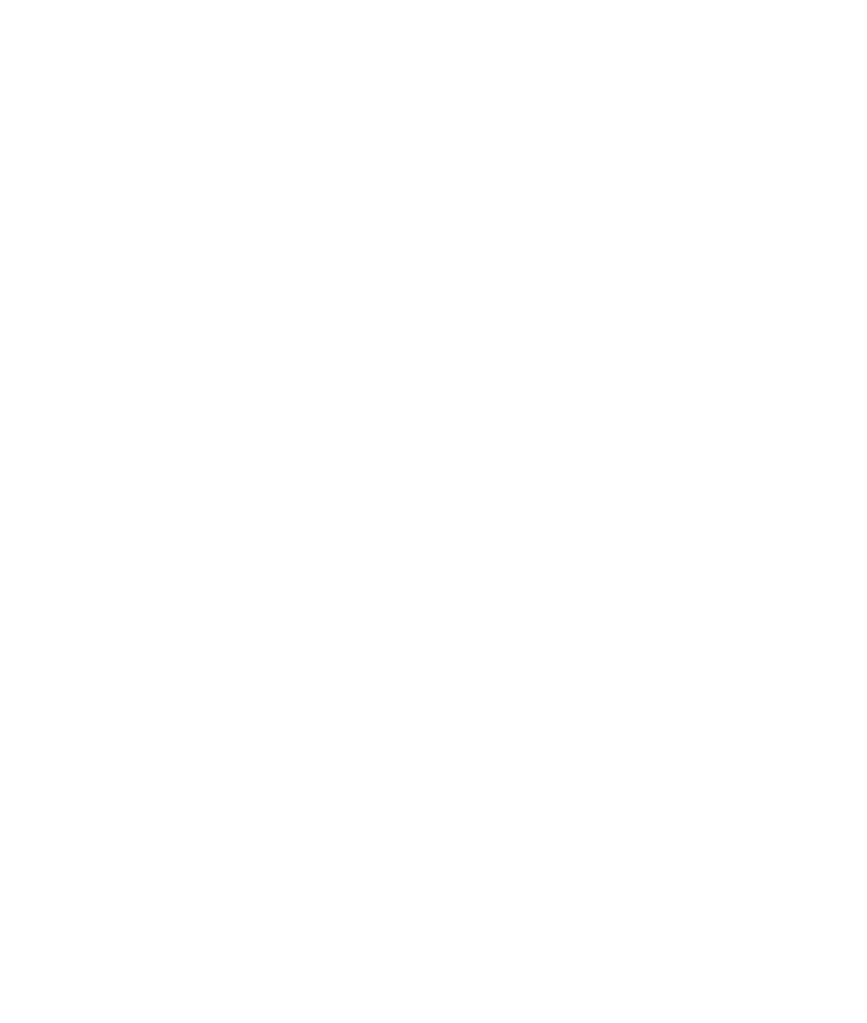
<source format=gbr>
%TF.GenerationSoftware,Altium Limited,Altium Designer,22.5.1 (42)*%
G04 Layer_Color=0*
%FSLAX26Y26*%
%MOIN*%
%TF.SameCoordinates,79F18A81-A5BF-4171-AD75-6FA3A7A6B408*%
%TF.FilePolarity,Positive*%
%TF.FileFunction,Plated,6,8,Blind,Drill*%
%TF.Part,Single*%
G01*
G75*
%TA.AperFunction,ViaDrill,NotFilled*%
%ADD167C,0.003937*%
%ADD171C,0.005906*%
D167*
X9267717Y3867126D02*
D03*
X9240157D02*
D03*
X9206693D02*
D03*
X9176181D02*
D03*
X7336614Y5346457D02*
D03*
X7336614Y5088583D02*
D03*
X7769685Y5346457D02*
D03*
X7769685Y5088583D02*
D03*
X8242126Y5346457D02*
D03*
X8242126Y5088583D02*
D03*
X8675197D02*
D03*
X8675197Y5346457D02*
D03*
X8663386Y3772638D02*
D03*
X8230315D02*
D03*
X7757874D02*
D03*
X7324803D02*
D03*
X7477362Y4202756D02*
D03*
X7910433D02*
D03*
X8382874D02*
D03*
X8815945D02*
D03*
X7982283Y8280512D02*
D03*
X8776575Y4163386D02*
D03*
Y4183071D02*
D03*
X8703740Y4163386D02*
D03*
Y4183071D02*
D03*
X8343504Y4163386D02*
D03*
Y4183071D02*
D03*
X8270669Y4163386D02*
D03*
Y4183071D02*
D03*
X7871063Y4163386D02*
D03*
Y4183071D02*
D03*
X7798228Y4163386D02*
D03*
Y4183071D02*
D03*
X8703740Y4104331D02*
D03*
Y4084646D02*
D03*
Y4242126D02*
D03*
Y4261811D02*
D03*
X8270669Y4104331D02*
D03*
Y4084646D02*
D03*
Y4242126D02*
D03*
Y4261811D02*
D03*
X7798228Y4104331D02*
D03*
Y4084646D02*
D03*
Y4242126D02*
D03*
Y4261811D02*
D03*
X8494094Y5088583D02*
D03*
X8478346D02*
D03*
X8061024D02*
D03*
X8045276D02*
D03*
X7155512D02*
D03*
X7139764D02*
D03*
X7572835D02*
D03*
X7588583D02*
D03*
X8703740Y4773622D02*
D03*
Y4753937D02*
D03*
X8776575Y4773622D02*
D03*
Y4753937D02*
D03*
X8545709Y5089567D02*
D03*
X8561457D02*
D03*
X8270669Y4773622D02*
D03*
Y4753937D02*
D03*
X8343504Y4773622D02*
D03*
Y4753937D02*
D03*
X8112638Y5089567D02*
D03*
X8128386D02*
D03*
X7798228Y4773622D02*
D03*
Y4753937D02*
D03*
X7871063Y4773622D02*
D03*
Y4753937D02*
D03*
X7640197Y5089567D02*
D03*
X7655945D02*
D03*
X7222874D02*
D03*
X7207126D02*
D03*
X7365158Y4183071D02*
D03*
Y4163386D02*
D03*
X7437992Y4183071D02*
D03*
Y4163386D02*
D03*
X7365158Y4261811D02*
D03*
Y4242126D02*
D03*
Y4084646D02*
D03*
Y4104331D02*
D03*
X8776575Y4832677D02*
D03*
Y4852362D02*
D03*
Y4675197D02*
D03*
Y4694882D02*
D03*
X8692914Y5502854D02*
D03*
Y5520768D02*
D03*
X8551181D02*
D03*
Y5502854D02*
D03*
X8343504Y4832677D02*
D03*
Y4852362D02*
D03*
Y4675197D02*
D03*
Y4694882D02*
D03*
X8259843Y5502854D02*
D03*
Y5520768D02*
D03*
X8118110D02*
D03*
Y5502854D02*
D03*
X7871063Y4832677D02*
D03*
Y4852362D02*
D03*
Y4675197D02*
D03*
Y4694882D02*
D03*
X7787402Y5502854D02*
D03*
Y5520768D02*
D03*
X7645669D02*
D03*
Y5502854D02*
D03*
X7212598D02*
D03*
Y5520768D02*
D03*
X7354331D02*
D03*
Y5502854D02*
D03*
X7437992Y4694882D02*
D03*
Y4675197D02*
D03*
Y4852362D02*
D03*
Y4832677D02*
D03*
X8636713Y5574803D02*
D03*
X8654626D02*
D03*
X8583563Y5668307D02*
D03*
X8601477D02*
D03*
X8203642Y5574803D02*
D03*
X8221555D02*
D03*
X8150492Y5668307D02*
D03*
X8168406D02*
D03*
X7731201Y5574803D02*
D03*
X7749114D02*
D03*
X7678051Y5668307D02*
D03*
X7695965D02*
D03*
X7262894D02*
D03*
X7244980D02*
D03*
X7316043Y5574803D02*
D03*
X7298130D02*
D03*
X7437992Y4753937D02*
D03*
Y4773622D02*
D03*
X7365158Y4753937D02*
D03*
Y4773622D02*
D03*
D171*
X9931102Y3690945D02*
D03*
X9379921D02*
D03*
X10482283D02*
D03*
X11033465D02*
D03*
X9153543Y3753937D02*
D03*
Y3716535D02*
D03*
Y3683071D02*
D03*
Y3787402D02*
D03*
X8799213D02*
D03*
Y3683071D02*
D03*
Y3716535D02*
D03*
Y3753937D02*
D03*
%TF.MD5,81e34ca27604b87efbf00466935e1a9e*%
M02*

</source>
